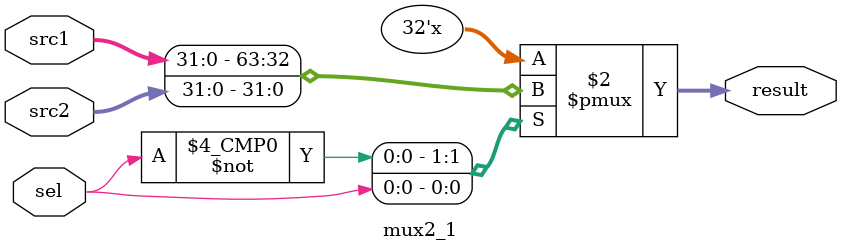
<source format=v>
`timescale 1ns / 1ps
module mux2_1(src1,src2,sel,result);
	parameter N = 32;
	input [N-1:0] src1,src2;
	input sel;
	output reg [N-1:0] result;
	
	always @(sel,src1,src2) begin
		case (sel)
			1'b0: result = src1;
			1'b1: result = src2;
		endcase
	end
endmodule

</source>
